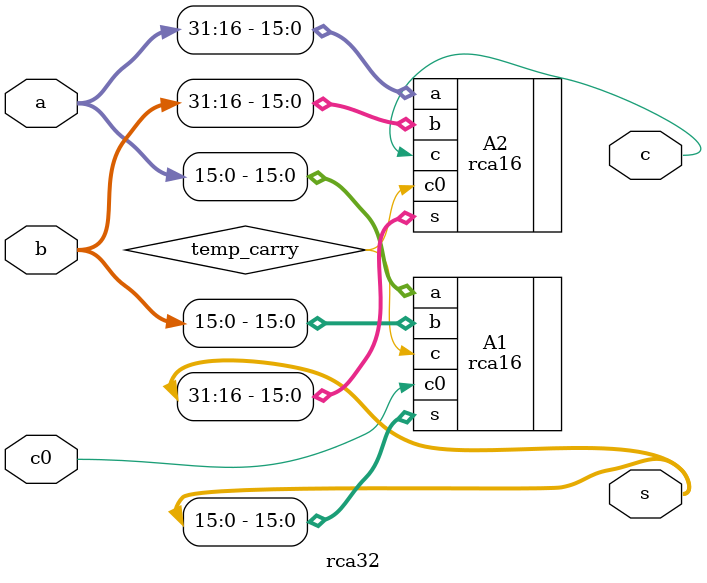
<source format=v>
`include "16bit.v"							// Importing 16 bit Ripple carry adder module

module rca32(a,b,c0,c,s);					//  Defining Module
    input [31:0]a,b;						//	2 32-bit numbers input
    input c0;								//  Initial carry input
    output c;								//  1-bit carry output
    output [31:0] s;						//  32-bit sum output
    wire temp_carry;						//	Temperory carry wire
    rca16 A1(.a(a[15:0]),.b(b[15:0]),.c0(c0),.c(temp_carry),.s(s[15:0]));					//	Implementing 1st 16-bit ripple carry adders and the sum is stored in s[15:0] and the carry in temp_carry
    rca16 A2(.a(a[31:16]),.b(b[31:16]),.c0(temp_carry),.c(c),.s(s[31:16]));					//	Implementing 2nd 16-bit ripple carry adders and the sum is stored in s[31:16] and the carry in c

endmodule																					//	Final sum is s[31:0] and the carry is in c
</source>
